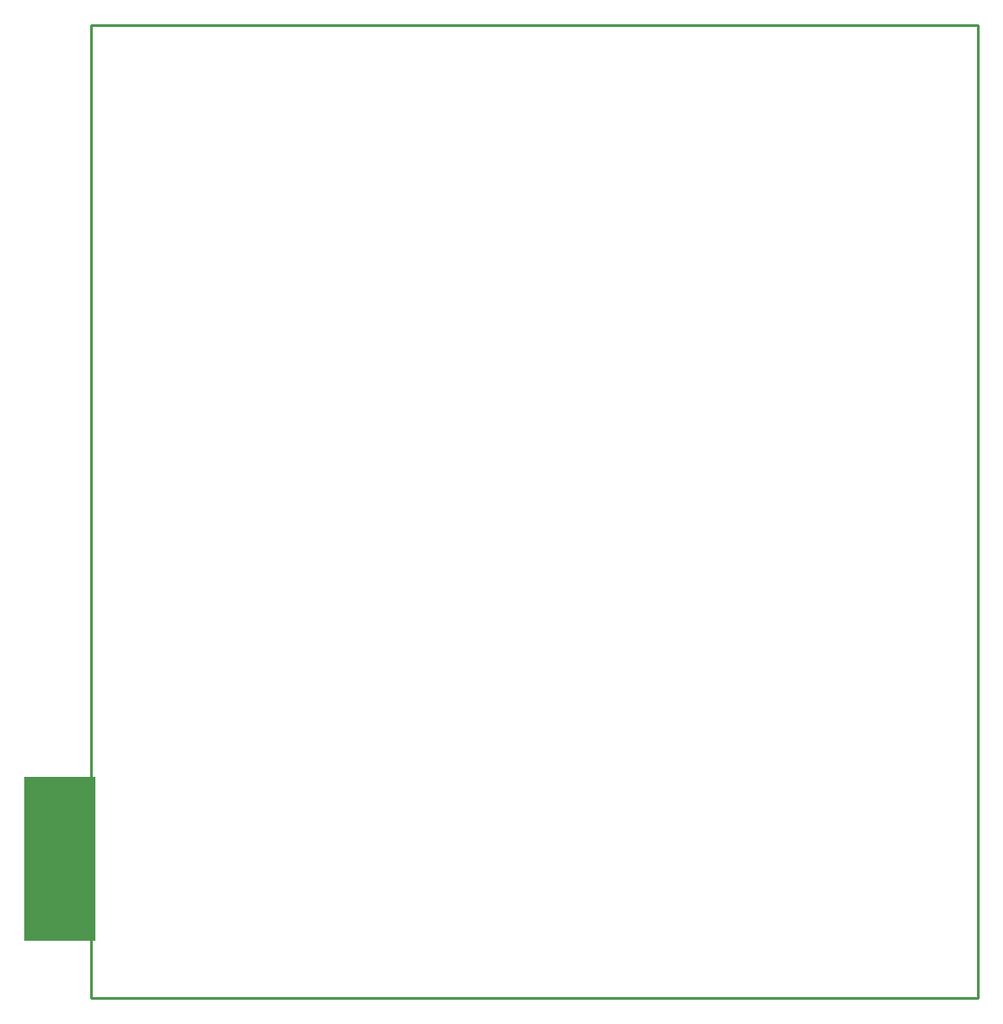
<source format=gko>
G04*
G04 #@! TF.GenerationSoftware,Altium Limited,Altium Designer,22.7.1 (60)*
G04*
G04 Layer_Color=16711935*
%FSLAX24Y24*%
%MOIN*%
G70*
G04*
G04 #@! TF.SameCoordinates,1DD6C3B8-EF33-4A04-8B88-EBD51A11C9DD*
G04*
G04*
G04 #@! TF.FilePolarity,Positive*
G04*
G01*
G75*
%ADD15C,0.0100*%
G36*
X24110Y15057D02*
X21358D01*
Y21360D01*
X24110D01*
Y15057D01*
D02*
G37*
D15*
X23950Y12848D02*
Y50250D01*
Y12848D02*
X58040D01*
X23950Y50250D02*
X58040D01*
X58040Y12848D02*
X58040Y50250D01*
M02*

</source>
